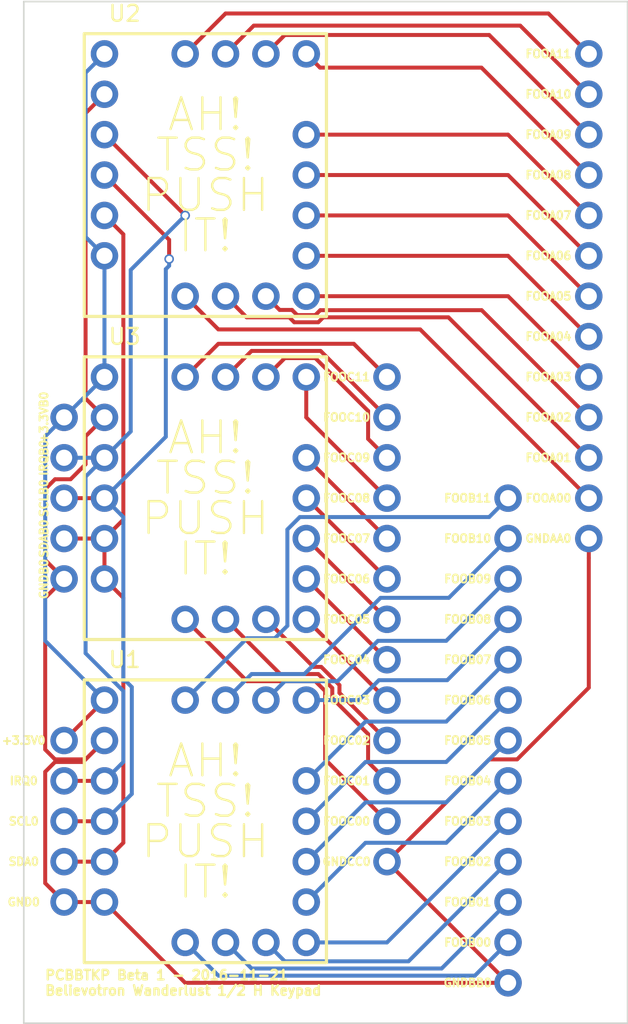
<source format=kicad_pcb>
(kicad_pcb (version 4) (host pcbnew 4.0.4-stable)

  (general
    (links 62)
    (no_connects 2)
    (area -0.050001 -64.300001 194.010001 0.050001)
    (thickness 1.6)
    (drawings 18)
    (tracks 231)
    (zones 0)
    (modules 52)
    (nets 42)
  )

  (page A4)
  (layers
    (0 F.Cu signal)
    (31 B.Cu signal)
    (32 B.Adhes user)
    (33 F.Adhes user)
    (34 B.Paste user)
    (35 F.Paste user)
    (36 B.SilkS user)
    (37 F.SilkS user)
    (38 B.Mask user)
    (39 F.Mask user)
    (40 Dwgs.User user hide)
    (41 Cmts.User user)
    (42 Eco1.User user)
    (43 Eco2.User user)
    (44 Edge.Cuts user)
    (45 Margin user)
    (46 B.CrtYd user hide)
    (47 F.CrtYd user hide)
    (48 B.Fab user hide)
    (49 F.Fab user hide)
  )

  (setup
    (last_trace_width 0.25)
    (trace_clearance 0.2)
    (zone_clearance 0.508)
    (zone_45_only no)
    (trace_min 0.2)
    (segment_width 0.2)
    (edge_width 0.1)
    (via_size 0.6)
    (via_drill 0.4)
    (via_min_size 0.4)
    (via_min_drill 0.3)
    (uvia_size 0.3)
    (uvia_drill 0.1)
    (uvias_allowed no)
    (uvia_min_size 0.2)
    (uvia_min_drill 0.1)
    (pcb_text_width 0.3)
    (pcb_text_size 1.5 1.5)
    (mod_edge_width 0.15)
    (mod_text_size 1 1)
    (mod_text_width 0.15)
    (pad_size 3.3 3.3)
    (pad_drill 3.3)
    (pad_to_mask_clearance 0)
    (aux_axis_origin 0 0)
    (visible_elements 7FFEFFFF)
    (pcbplotparams
      (layerselection 0x010f0_80000001)
      (usegerberextensions false)
      (excludeedgelayer true)
      (linewidth 0.100000)
      (plotframeref false)
      (viasonmask false)
      (mode 1)
      (useauxorigin false)
      (hpglpennumber 1)
      (hpglpenspeed 20)
      (hpglpendiameter 15)
      (hpglpenoverlay 2)
      (psnegative false)
      (psa4output false)
      (plotreference true)
      (plotvalue true)
      (plotinvisibletext false)
      (padsonsilk false)
      (subtractmaskfromsilk false)
      (outputformat 1)
      (mirror false)
      (drillshape 0)
      (scaleselection 1)
      (outputdirectory Gerbers/))
  )

  (net 0 "")
  (net 1 GND)
  (net 2 +3V3)
  (net 3 /IRQ)
  (net 4 /SCL)
  (net 5 /SDA)
  (net 6 "Net-(FOOA00-Pad1)")
  (net 7 "Net-(FOOA01-Pad1)")
  (net 8 "Net-(FOOA02-Pad1)")
  (net 9 "Net-(FOOA03-Pad1)")
  (net 10 "Net-(FOOA04-Pad1)")
  (net 11 "Net-(FOOA05-Pad1)")
  (net 12 "Net-(FOOA06-Pad1)")
  (net 13 "Net-(FOOA07-Pad1)")
  (net 14 "Net-(FOOA08-Pad1)")
  (net 15 "Net-(FOOA09-Pad1)")
  (net 16 "Net-(FOOA10-Pad1)")
  (net 17 "Net-(FOOA11-Pad1)")
  (net 18 "Net-(FOOB00-Pad1)")
  (net 19 "Net-(FOOB01-Pad1)")
  (net 20 "Net-(FOOB02-Pad1)")
  (net 21 "Net-(FOOB03-Pad1)")
  (net 22 "Net-(FOOB04-Pad1)")
  (net 23 "Net-(FOOB05-Pad1)")
  (net 24 "Net-(FOOB06-Pad1)")
  (net 25 "Net-(FOOB07-Pad1)")
  (net 26 "Net-(FOOB08-Pad1)")
  (net 27 "Net-(FOOB09-Pad1)")
  (net 28 "Net-(FOOB10-Pad1)")
  (net 29 "Net-(FOOB11-Pad1)")
  (net 30 "Net-(FOOC00-Pad1)")
  (net 31 "Net-(FOOC01-Pad1)")
  (net 32 "Net-(FOOC02-Pad1)")
  (net 33 "Net-(FOOC03-Pad1)")
  (net 34 "Net-(FOOC04-Pad1)")
  (net 35 "Net-(FOOC05-Pad1)")
  (net 36 "Net-(FOOC06-Pad1)")
  (net 37 "Net-(FOOC07-Pad1)")
  (net 38 "Net-(FOOC08-Pad1)")
  (net 39 "Net-(FOOC09-Pad1)")
  (net 40 "Net-(FOOC10-Pad1)")
  (net 41 "Net-(FOOC11-Pad1)")

  (net_class Default "This is the default net class."
    (clearance 0.2)
    (trace_width 0.25)
    (via_dia 0.6)
    (via_drill 0.4)
    (uvia_dia 0.3)
    (uvia_drill 0.1)
    (add_net +3V3)
    (add_net /IRQ)
    (add_net /SCL)
    (add_net /SDA)
    (add_net GND)
    (add_net "Net-(FOOA00-Pad1)")
    (add_net "Net-(FOOA01-Pad1)")
    (add_net "Net-(FOOA02-Pad1)")
    (add_net "Net-(FOOA03-Pad1)")
    (add_net "Net-(FOOA04-Pad1)")
    (add_net "Net-(FOOA05-Pad1)")
    (add_net "Net-(FOOA06-Pad1)")
    (add_net "Net-(FOOA07-Pad1)")
    (add_net "Net-(FOOA08-Pad1)")
    (add_net "Net-(FOOA09-Pad1)")
    (add_net "Net-(FOOA10-Pad1)")
    (add_net "Net-(FOOA11-Pad1)")
    (add_net "Net-(FOOB00-Pad1)")
    (add_net "Net-(FOOB01-Pad1)")
    (add_net "Net-(FOOB02-Pad1)")
    (add_net "Net-(FOOB03-Pad1)")
    (add_net "Net-(FOOB04-Pad1)")
    (add_net "Net-(FOOB05-Pad1)")
    (add_net "Net-(FOOB06-Pad1)")
    (add_net "Net-(FOOB07-Pad1)")
    (add_net "Net-(FOOB08-Pad1)")
    (add_net "Net-(FOOB09-Pad1)")
    (add_net "Net-(FOOB10-Pad1)")
    (add_net "Net-(FOOB11-Pad1)")
    (add_net "Net-(FOOC00-Pad1)")
    (add_net "Net-(FOOC01-Pad1)")
    (add_net "Net-(FOOC02-Pad1)")
    (add_net "Net-(FOOC03-Pad1)")
    (add_net "Net-(FOOC04-Pad1)")
    (add_net "Net-(FOOC05-Pad1)")
    (add_net "Net-(FOOC06-Pad1)")
    (add_net "Net-(FOOC07-Pad1)")
    (add_net "Net-(FOOC08-Pad1)")
    (add_net "Net-(FOOC09-Pad1)")
    (add_net "Net-(FOOC10-Pad1)")
    (add_net "Net-(FOOC11-Pad1)")
  )

  (module Liberry:MPR121TH (layer F.Cu) (tedit 5833169E) (tstamp 582FFEF0)
    (at 5.08 -40.64)
    (path /582FFEF9)
    (fp_text reference U3 (at 1.27 -2.54) (layer F.SilkS)
      (effects (font (size 1 1) (thickness 0.15)))
    )
    (fp_text value MPR121TH (at 6.35 17.78) (layer F.Fab)
      (effects (font (size 1 1) (thickness 0.15)))
    )
    (fp_text user AH! (at 6.35 3.81) (layer F.SilkS)
      (effects (font (size 2 2) (thickness 0.15)))
    )
    (fp_line (start 13.97 16.51) (end -1.27 16.51) (layer F.SilkS) (width 0.2))
    (fp_line (start 13.97 -1.27) (end 13.97 16.51) (layer F.SilkS) (width 0.2))
    (fp_line (start -1.27 -1.27) (end 13.97 -1.27) (layer F.SilkS) (width 0.2))
    (fp_line (start -1.27 16.51) (end -1.27 -1.27) (layer F.SilkS) (width 0.2))
    (fp_text user TSS! (at 6.35 6.35) (layer F.SilkS)
      (effects (font (size 2 2) (thickness 0.15)))
    )
    (fp_text user IT! (at 6.35 11.43) (layer F.SilkS)
      (effects (font (size 2 2) (thickness 0.15)))
    )
    (fp_text user PUSH (at 6.35 8.89) (layer F.SilkS)
      (effects (font (size 2 2) (thickness 0.15)))
    )
    (pad +3.3 thru_hole circle (at 0 0) (size 1.7272 1.7272) (drill 1.016) (layers *.Cu *.Mask)
      (net 2 +3V3))
    (pad GND thru_hole circle (at 0 2.54) (size 1.7272 1.7272) (drill 1.016) (layers *.Cu *.Mask)
      (net 1 GND))
    (pad IRQ thru_hole circle (at 0 5.08) (size 1.7272 1.7272) (drill 1.016) (layers *.Cu *.Mask)
      (net 3 /IRQ))
    (pad SCL thru_hole circle (at 0 7.62) (size 1.7272 1.7272) (drill 1.016) (layers *.Cu *.Mask)
      (net 4 /SCL))
    (pad SDA thru_hole circle (at 0 10.16) (size 1.7272 1.7272) (drill 1.016) (layers *.Cu *.Mask)
      (net 5 /SDA))
    (pad ADDR thru_hole circle (at 0 12.7) (size 1.7272 1.7272) (drill 1.016) (layers *.Cu *.Mask)
      (net 5 /SDA))
    (pad P11 thru_hole circle (at 5.08 0) (size 1.7272 1.7272) (drill 1.016) (layers *.Cu *.Mask)
      (net 41 "Net-(FOOC11-Pad1)"))
    (pad P10 thru_hole circle (at 7.62 0) (size 1.7272 1.7272) (drill 1.016) (layers *.Cu *.Mask)
      (net 40 "Net-(FOOC10-Pad1)"))
    (pad P08 thru_hole circle (at 12.7 0) (size 1.7272 1.7272) (drill 1.016) (layers *.Cu *.Mask)
      (net 38 "Net-(FOOC08-Pad1)"))
    (pad P09 thru_hole circle (at 10.16 0) (size 1.7272 1.7272) (drill 1.016) (layers *.Cu *.Mask)
      (net 39 "Net-(FOOC09-Pad1)"))
    (pad P05 thru_hole circle (at 12.7 10.16) (size 1.7272 1.7272) (drill 1.016) (layers *.Cu *.Mask)
      (net 35 "Net-(FOOC05-Pad1)"))
    (pad P04 thru_hole circle (at 12.7 12.7) (size 1.7272 1.7272) (drill 1.016) (layers *.Cu *.Mask)
      (net 34 "Net-(FOOC04-Pad1)"))
    (pad P03 thru_hole circle (at 12.7 15.24) (size 1.7272 1.7272) (drill 1.016) (layers *.Cu *.Mask)
      (net 33 "Net-(FOOC03-Pad1)"))
    (pad P07 thru_hole circle (at 12.7 5.08) (size 1.7272 1.7272) (drill 1.016) (layers *.Cu *.Mask)
      (net 37 "Net-(FOOC07-Pad1)"))
    (pad P06 thru_hole circle (at 12.7 7.62) (size 1.7272 1.7272) (drill 1.016) (layers *.Cu *.Mask)
      (net 36 "Net-(FOOC06-Pad1)"))
    (pad P01 thru_hole circle (at 7.62 15.24) (size 1.7272 1.7272) (drill 1.016) (layers *.Cu *.Mask)
      (net 31 "Net-(FOOC01-Pad1)"))
    (pad P00 thru_hole circle (at 5.08 15.24) (size 1.7272 1.7272) (drill 1.016) (layers *.Cu *.Mask)
      (net 30 "Net-(FOOC00-Pad1)"))
    (pad P02 thru_hole circle (at 10.16 15.24) (size 1.7272 1.7272) (drill 1.016) (layers *.Cu *.Mask)
      (net 32 "Net-(FOOC02-Pad1)"))
  )

  (module Liberry:MPR121TH (layer F.Cu) (tedit 5833169E) (tstamp 582FEF5E)
    (at 5.08 -20.32)
    (path /582FE9DC)
    (fp_text reference U1 (at 1.27 -2.54) (layer F.SilkS)
      (effects (font (size 1 1) (thickness 0.15)))
    )
    (fp_text value MPR121TH (at 6.35 17.78) (layer F.Fab)
      (effects (font (size 1 1) (thickness 0.15)))
    )
    (fp_text user AH! (at 6.35 3.81) (layer F.SilkS)
      (effects (font (size 2 2) (thickness 0.15)))
    )
    (fp_line (start 13.97 16.51) (end -1.27 16.51) (layer F.SilkS) (width 0.2))
    (fp_line (start 13.97 -1.27) (end 13.97 16.51) (layer F.SilkS) (width 0.2))
    (fp_line (start -1.27 -1.27) (end 13.97 -1.27) (layer F.SilkS) (width 0.2))
    (fp_line (start -1.27 16.51) (end -1.27 -1.27) (layer F.SilkS) (width 0.2))
    (fp_text user TSS! (at 6.35 6.35) (layer F.SilkS)
      (effects (font (size 2 2) (thickness 0.15)))
    )
    (fp_text user IT! (at 6.35 11.43) (layer F.SilkS)
      (effects (font (size 2 2) (thickness 0.15)))
    )
    (fp_text user PUSH (at 6.35 8.89) (layer F.SilkS)
      (effects (font (size 2 2) (thickness 0.15)))
    )
    (pad +3.3 thru_hole circle (at 0 0) (size 1.7272 1.7272) (drill 1.016) (layers *.Cu *.Mask)
      (net 2 +3V3))
    (pad GND thru_hole circle (at 0 2.54) (size 1.7272 1.7272) (drill 1.016) (layers *.Cu *.Mask)
      (net 1 GND))
    (pad IRQ thru_hole circle (at 0 5.08) (size 1.7272 1.7272) (drill 1.016) (layers *.Cu *.Mask)
      (net 3 /IRQ))
    (pad SCL thru_hole circle (at 0 7.62) (size 1.7272 1.7272) (drill 1.016) (layers *.Cu *.Mask)
      (net 4 /SCL))
    (pad SDA thru_hole circle (at 0 10.16) (size 1.7272 1.7272) (drill 1.016) (layers *.Cu *.Mask)
      (net 5 /SDA))
    (pad ADDR thru_hole circle (at 0 12.7) (size 1.7272 1.7272) (drill 1.016) (layers *.Cu *.Mask)
      (net 1 GND))
    (pad P11 thru_hole circle (at 5.08 0) (size 1.7272 1.7272) (drill 1.016) (layers *.Cu *.Mask)
      (net 29 "Net-(FOOB11-Pad1)"))
    (pad P10 thru_hole circle (at 7.62 0) (size 1.7272 1.7272) (drill 1.016) (layers *.Cu *.Mask)
      (net 28 "Net-(FOOB10-Pad1)"))
    (pad P08 thru_hole circle (at 12.7 0) (size 1.7272 1.7272) (drill 1.016) (layers *.Cu *.Mask)
      (net 26 "Net-(FOOB08-Pad1)"))
    (pad P09 thru_hole circle (at 10.16 0) (size 1.7272 1.7272) (drill 1.016) (layers *.Cu *.Mask)
      (net 27 "Net-(FOOB09-Pad1)"))
    (pad P05 thru_hole circle (at 12.7 10.16) (size 1.7272 1.7272) (drill 1.016) (layers *.Cu *.Mask)
      (net 23 "Net-(FOOB05-Pad1)"))
    (pad P04 thru_hole circle (at 12.7 12.7) (size 1.7272 1.7272) (drill 1.016) (layers *.Cu *.Mask)
      (net 22 "Net-(FOOB04-Pad1)"))
    (pad P03 thru_hole circle (at 12.7 15.24) (size 1.7272 1.7272) (drill 1.016) (layers *.Cu *.Mask)
      (net 21 "Net-(FOOB03-Pad1)"))
    (pad P07 thru_hole circle (at 12.7 5.08) (size 1.7272 1.7272) (drill 1.016) (layers *.Cu *.Mask)
      (net 25 "Net-(FOOB07-Pad1)"))
    (pad P06 thru_hole circle (at 12.7 7.62) (size 1.7272 1.7272) (drill 1.016) (layers *.Cu *.Mask)
      (net 24 "Net-(FOOB06-Pad1)"))
    (pad P01 thru_hole circle (at 7.62 15.24) (size 1.7272 1.7272) (drill 1.016) (layers *.Cu *.Mask)
      (net 19 "Net-(FOOB01-Pad1)"))
    (pad P00 thru_hole circle (at 5.08 15.24) (size 1.7272 1.7272) (drill 1.016) (layers *.Cu *.Mask)
      (net 18 "Net-(FOOB00-Pad1)"))
    (pad P02 thru_hole circle (at 10.16 15.24) (size 1.7272 1.7272) (drill 1.016) (layers *.Cu *.Mask)
      (net 20 "Net-(FOOB02-Pad1)"))
  )

  (module Liberry:single_0.1 (layer F.Cu) (tedit 5829F5BC) (tstamp 58332F58)
    (at 2.54 -30.48)
    (descr "10 pins through hole IDC header")
    (tags "IDC header socket VASCH")
    (path /583400CD)
    (fp_text reference SDAB0 (at -1.27 0 90) (layer F.SilkS)
      (effects (font (size 0.5 0.5) (thickness 0.125)))
    )
    (fp_text value CONN_01X01 (at 0 2.54) (layer F.Fab)
      (effects (font (size 1 1) (thickness 0.15)))
    )
    (pad 1 thru_hole circle (at 0 0) (size 1.7272 1.7272) (drill 1.016) (layers *.Cu *.Mask)
      (net 5 /SDA))
  )

  (module Liberry:MPR121TH (layer F.Cu) (tedit 5833169E) (tstamp 582FFED2)
    (at 5.08 -60.96)
    (path /582FFE8E)
    (fp_text reference U2 (at 1.27 -2.54) (layer F.SilkS)
      (effects (font (size 1 1) (thickness 0.15)))
    )
    (fp_text value MPR121TH (at 6.35 17.78) (layer F.Fab)
      (effects (font (size 1 1) (thickness 0.15)))
    )
    (fp_text user AH! (at 6.35 3.81) (layer F.SilkS)
      (effects (font (size 2 2) (thickness 0.15)))
    )
    (fp_line (start 13.97 16.51) (end -1.27 16.51) (layer F.SilkS) (width 0.2))
    (fp_line (start 13.97 -1.27) (end 13.97 16.51) (layer F.SilkS) (width 0.2))
    (fp_line (start -1.27 -1.27) (end 13.97 -1.27) (layer F.SilkS) (width 0.2))
    (fp_line (start -1.27 16.51) (end -1.27 -1.27) (layer F.SilkS) (width 0.2))
    (fp_text user TSS! (at 6.35 6.35) (layer F.SilkS)
      (effects (font (size 2 2) (thickness 0.15)))
    )
    (fp_text user IT! (at 6.35 11.43) (layer F.SilkS)
      (effects (font (size 2 2) (thickness 0.15)))
    )
    (fp_text user PUSH (at 6.35 8.89) (layer F.SilkS)
      (effects (font (size 2 2) (thickness 0.15)))
    )
    (pad +3.3 thru_hole circle (at 0 0) (size 1.7272 1.7272) (drill 1.016) (layers *.Cu *.Mask)
      (net 2 +3V3))
    (pad GND thru_hole circle (at 0 2.54) (size 1.7272 1.7272) (drill 1.016) (layers *.Cu *.Mask)
      (net 1 GND))
    (pad IRQ thru_hole circle (at 0 5.08) (size 1.7272 1.7272) (drill 1.016) (layers *.Cu *.Mask)
      (net 3 /IRQ))
    (pad SCL thru_hole circle (at 0 7.62) (size 1.7272 1.7272) (drill 1.016) (layers *.Cu *.Mask)
      (net 4 /SCL))
    (pad SDA thru_hole circle (at 0 10.16) (size 1.7272 1.7272) (drill 1.016) (layers *.Cu *.Mask)
      (net 5 /SDA))
    (pad ADDR thru_hole circle (at 0 12.7) (size 1.7272 1.7272) (drill 1.016) (layers *.Cu *.Mask)
      (net 2 +3V3))
    (pad P11 thru_hole circle (at 5.08 0) (size 1.7272 1.7272) (drill 1.016) (layers *.Cu *.Mask)
      (net 17 "Net-(FOOA11-Pad1)"))
    (pad P10 thru_hole circle (at 7.62 0) (size 1.7272 1.7272) (drill 1.016) (layers *.Cu *.Mask)
      (net 16 "Net-(FOOA10-Pad1)"))
    (pad P08 thru_hole circle (at 12.7 0) (size 1.7272 1.7272) (drill 1.016) (layers *.Cu *.Mask)
      (net 14 "Net-(FOOA08-Pad1)"))
    (pad P09 thru_hole circle (at 10.16 0) (size 1.7272 1.7272) (drill 1.016) (layers *.Cu *.Mask)
      (net 15 "Net-(FOOA09-Pad1)"))
    (pad P05 thru_hole circle (at 12.7 10.16) (size 1.7272 1.7272) (drill 1.016) (layers *.Cu *.Mask)
      (net 11 "Net-(FOOA05-Pad1)"))
    (pad P04 thru_hole circle (at 12.7 12.7) (size 1.7272 1.7272) (drill 1.016) (layers *.Cu *.Mask)
      (net 10 "Net-(FOOA04-Pad1)"))
    (pad P03 thru_hole circle (at 12.7 15.24) (size 1.7272 1.7272) (drill 1.016) (layers *.Cu *.Mask)
      (net 9 "Net-(FOOA03-Pad1)"))
    (pad P07 thru_hole circle (at 12.7 5.08) (size 1.7272 1.7272) (drill 1.016) (layers *.Cu *.Mask)
      (net 13 "Net-(FOOA07-Pad1)"))
    (pad P06 thru_hole circle (at 12.7 7.62) (size 1.7272 1.7272) (drill 1.016) (layers *.Cu *.Mask)
      (net 12 "Net-(FOOA06-Pad1)"))
    (pad P01 thru_hole circle (at 7.62 15.24) (size 1.7272 1.7272) (drill 1.016) (layers *.Cu *.Mask)
      (net 7 "Net-(FOOA01-Pad1)"))
    (pad P00 thru_hole circle (at 5.08 15.24) (size 1.7272 1.7272) (drill 1.016) (layers *.Cu *.Mask)
      (net 6 "Net-(FOOA00-Pad1)"))
    (pad P02 thru_hole circle (at 10.16 15.24) (size 1.7272 1.7272) (drill 1.016) (layers *.Cu *.Mask)
      (net 8 "Net-(FOOA02-Pad1)"))
  )

  (module Liberry:single_0.1 (layer F.Cu) (tedit 5829F5BC) (tstamp 58332F53)
    (at 2.54 -33.02)
    (descr "10 pins through hole IDC header")
    (tags "IDC header socket VASCH")
    (path /5834014D)
    (fp_text reference SCLB0 (at -1.27 0 90) (layer F.SilkS)
      (effects (font (size 0.5 0.5) (thickness 0.125)))
    )
    (fp_text value CONN_01X01 (at 0 2.54) (layer F.Fab)
      (effects (font (size 1 1) (thickness 0.15)))
    )
    (pad 1 thru_hole circle (at 0 0) (size 1.7272 1.7272) (drill 1.016) (layers *.Cu *.Mask)
      (net 4 /SCL))
  )

  (module Liberry:single_0.1 (layer F.Cu) (tedit 5829F5BC) (tstamp 58332F12)
    (at 2.54 -35.56)
    (descr "10 pins through hole IDC header")
    (tags "IDC header socket VASCH")
    (path /583401D0)
    (fp_text reference IRQB0 (at -1.27 0 90) (layer F.SilkS)
      (effects (font (size 0.5 0.5) (thickness 0.125)))
    )
    (fp_text value CONN_01X01 (at 0 2.54) (layer F.Fab)
      (effects (font (size 1 1) (thickness 0.15)))
    )
    (pad 1 thru_hole circle (at 0 0) (size 1.7272 1.7272) (drill 1.016) (layers *.Cu *.Mask)
      (net 3 /IRQ))
  )

  (module Liberry:single_0.1 (layer F.Cu) (tedit 5829F5BC) (tstamp 58332F0D)
    (at 2.54 -27.94)
    (descr "10 pins through hole IDC header")
    (tags "IDC header socket VASCH")
    (path /5833FD27)
    (fp_text reference GNDB0 (at -1.27 0 90) (layer F.SilkS)
      (effects (font (size 0.5 0.5) (thickness 0.125)))
    )
    (fp_text value CONN_01X01 (at 0 2.54) (layer F.Fab)
      (effects (font (size 1 1) (thickness 0.15)))
    )
    (pad 1 thru_hole circle (at 0 0) (size 1.7272 1.7272) (drill 1.016) (layers *.Cu *.Mask)
      (net 1 GND))
  )

  (module Liberry:single_0.1 (layer F.Cu) (tedit 5829F5BC) (tstamp 58332F08)
    (at 2.54 -38.1)
    (descr "10 pins through hole IDC header")
    (tags "IDC header socket VASCH")
    (path /5833FCAD)
    (fp_text reference +3.3VB0 (at -1.27 0 90) (layer F.SilkS)
      (effects (font (size 0.5 0.5) (thickness 0.125)))
    )
    (fp_text value CONN_01X01 (at 0 2.54) (layer F.Fab)
      (effects (font (size 1 1) (thickness 0.15)))
    )
    (pad 1 thru_hole circle (at 0 0) (size 1.7272 1.7272) (drill 1.016) (layers *.Cu *.Mask)
      (net 2 +3V3))
  )

  (module Liberry:single_0.1 (layer F.Cu) (tedit 5829F5BC) (tstamp 583328EA)
    (at 2.54 -10.16)
    (descr "10 pins through hole IDC header")
    (tags "IDC header socket VASCH")
    (path /582FA982)
    (fp_text reference SDA0 (at -2.54 0) (layer F.SilkS)
      (effects (font (size 0.5 0.5) (thickness 0.125)))
    )
    (fp_text value CONN_01X01 (at 0 2.54) (layer F.Fab)
      (effects (font (size 1 1) (thickness 0.15)))
    )
    (pad 1 thru_hole circle (at 0 0) (size 1.7272 1.7272) (drill 1.016) (layers *.Cu *.Mask)
      (net 5 /SDA))
  )

  (module Liberry:single_0.1 (layer F.Cu) (tedit 5829F5BC) (tstamp 583328E5)
    (at 2.54 -12.7)
    (descr "10 pins through hole IDC header")
    (tags "IDC header socket VASCH")
    (path /583371F2)
    (fp_text reference SCL0 (at -2.54 0) (layer F.SilkS)
      (effects (font (size 0.5 0.5) (thickness 0.125)))
    )
    (fp_text value CONN_01X01 (at 0 2.54) (layer F.Fab)
      (effects (font (size 1 1) (thickness 0.15)))
    )
    (pad 1 thru_hole circle (at 0 0) (size 1.7272 1.7272) (drill 1.016) (layers *.Cu *.Mask)
      (net 4 /SCL))
  )

  (module Liberry:single_0.1 (layer F.Cu) (tedit 5829F5BC) (tstamp 583328E0)
    (at 2.54 -15.24)
    (descr "10 pins through hole IDC header")
    (tags "IDC header socket VASCH")
    (path /58337929)
    (fp_text reference IRQ0 (at -2.54 0) (layer F.SilkS)
      (effects (font (size 0.5 0.5) (thickness 0.125)))
    )
    (fp_text value CONN_01X01 (at 0 2.54) (layer F.Fab)
      (effects (font (size 1 1) (thickness 0.15)))
    )
    (pad 1 thru_hole circle (at 0 0) (size 1.7272 1.7272) (drill 1.016) (layers *.Cu *.Mask)
      (net 3 /IRQ))
  )

  (module Liberry:single_0.1 (layer F.Cu) (tedit 5829F5BC) (tstamp 583328DB)
    (at 2.54 -7.62)
    (descr "10 pins through hole IDC header")
    (tags "IDC header socket VASCH")
    (path /582F5B39)
    (fp_text reference GND0 (at -2.54 0) (layer F.SilkS)
      (effects (font (size 0.5 0.5) (thickness 0.125)))
    )
    (fp_text value CONN_01X01 (at 0 2.54) (layer F.Fab)
      (effects (font (size 1 1) (thickness 0.15)))
    )
    (pad 1 thru_hole circle (at 0 0) (size 1.7272 1.7272) (drill 1.016) (layers *.Cu *.Mask)
      (net 1 GND))
  )

  (module Liberry:single_0.1 (layer F.Cu) (tedit 5829F5BC) (tstamp 583328D6)
    (at 2.54 -17.78)
    (descr "10 pins through hole IDC header")
    (tags "IDC header socket VASCH")
    (path /582EC3D0)
    (fp_text reference +3.3V0 (at -2.54 0) (layer F.SilkS)
      (effects (font (size 0.5 0.5) (thickness 0.125)))
    )
    (fp_text value CONN_01X01 (at 0 2.54) (layer F.Fab)
      (effects (font (size 1 1) (thickness 0.15)))
    )
    (pad 1 thru_hole circle (at 0 0) (size 1.7272 1.7272) (drill 1.016) (layers *.Cu *.Mask)
      (net 2 +3V3))
  )

  (module Liberry:single_0.1 (layer F.Cu) (tedit 5829F5BC) (tstamp 5859C3AA)
    (at 35.56 -33.02)
    (descr "10 pins through hole IDC header")
    (tags "IDC header socket VASCH")
    (path /5859D0E5)
    (fp_text reference FOOA00 (at -2.54 0) (layer F.SilkS)
      (effects (font (size 0.5 0.5) (thickness 0.125)))
    )
    (fp_text value CONN_01X01 (at 0 2.54) (layer F.Fab)
      (effects (font (size 1 1) (thickness 0.15)))
    )
    (pad 1 thru_hole circle (at 0 0) (size 1.7272 1.7272) (drill 1.016) (layers *.Cu *.Mask)
      (net 6 "Net-(FOOA00-Pad1)"))
  )

  (module Liberry:single_0.1 (layer F.Cu) (tedit 5829F5BC) (tstamp 5859C3AF)
    (at 35.56 -35.56)
    (descr "10 pins through hole IDC header")
    (tags "IDC header socket VASCH")
    (path /5859D299)
    (fp_text reference FOOA01 (at -2.54 0) (layer F.SilkS)
      (effects (font (size 0.5 0.5) (thickness 0.125)))
    )
    (fp_text value CONN_01X01 (at 0 2.54) (layer F.Fab)
      (effects (font (size 1 1) (thickness 0.15)))
    )
    (pad 1 thru_hole circle (at 0 0) (size 1.7272 1.7272) (drill 1.016) (layers *.Cu *.Mask)
      (net 7 "Net-(FOOA01-Pad1)"))
  )

  (module Liberry:single_0.1 (layer F.Cu) (tedit 5829F5BC) (tstamp 5859C3B4)
    (at 35.56 -38.1)
    (descr "10 pins through hole IDC header")
    (tags "IDC header socket VASCH")
    (path /5859D2DA)
    (fp_text reference FOOA02 (at -2.54 0) (layer F.SilkS)
      (effects (font (size 0.5 0.5) (thickness 0.125)))
    )
    (fp_text value CONN_01X01 (at 0 2.54) (layer F.Fab)
      (effects (font (size 1 1) (thickness 0.15)))
    )
    (pad 1 thru_hole circle (at 0 0) (size 1.7272 1.7272) (drill 1.016) (layers *.Cu *.Mask)
      (net 8 "Net-(FOOA02-Pad1)"))
  )

  (module Liberry:single_0.1 (layer F.Cu) (tedit 5829F5BC) (tstamp 5859C3B9)
    (at 35.56 -40.64)
    (descr "10 pins through hole IDC header")
    (tags "IDC header socket VASCH")
    (path /5859D322)
    (fp_text reference FOOA03 (at -2.54 0) (layer F.SilkS)
      (effects (font (size 0.5 0.5) (thickness 0.125)))
    )
    (fp_text value CONN_01X01 (at 0 2.54) (layer F.Fab)
      (effects (font (size 1 1) (thickness 0.15)))
    )
    (pad 1 thru_hole circle (at 0 0) (size 1.7272 1.7272) (drill 1.016) (layers *.Cu *.Mask)
      (net 9 "Net-(FOOA03-Pad1)"))
  )

  (module Liberry:single_0.1 (layer F.Cu) (tedit 5829F5BC) (tstamp 5859C3BE)
    (at 35.56 -43.18)
    (descr "10 pins through hole IDC header")
    (tags "IDC header socket VASCH")
    (path /5859D369)
    (fp_text reference FOOA04 (at -2.54 0) (layer F.SilkS)
      (effects (font (size 0.5 0.5) (thickness 0.125)))
    )
    (fp_text value CONN_01X01 (at 0 2.54) (layer F.Fab)
      (effects (font (size 1 1) (thickness 0.15)))
    )
    (pad 1 thru_hole circle (at 0 0) (size 1.7272 1.7272) (drill 1.016) (layers *.Cu *.Mask)
      (net 10 "Net-(FOOA04-Pad1)"))
  )

  (module Liberry:single_0.1 (layer F.Cu) (tedit 5829F5BC) (tstamp 5859C3C3)
    (at 35.56 -45.72)
    (descr "10 pins through hole IDC header")
    (tags "IDC header socket VASCH")
    (path /5859D3B3)
    (fp_text reference FOOA05 (at -2.54 0) (layer F.SilkS)
      (effects (font (size 0.5 0.5) (thickness 0.125)))
    )
    (fp_text value CONN_01X01 (at 0 2.54) (layer F.Fab)
      (effects (font (size 1 1) (thickness 0.15)))
    )
    (pad 1 thru_hole circle (at 0 0) (size 1.7272 1.7272) (drill 1.016) (layers *.Cu *.Mask)
      (net 11 "Net-(FOOA05-Pad1)"))
  )

  (module Liberry:single_0.1 (layer F.Cu) (tedit 5829F5BC) (tstamp 5859C3C8)
    (at 35.56 -48.26)
    (descr "10 pins through hole IDC header")
    (tags "IDC header socket VASCH")
    (path /5859D400)
    (fp_text reference FOOA06 (at -2.54 0) (layer F.SilkS)
      (effects (font (size 0.5 0.5) (thickness 0.125)))
    )
    (fp_text value CONN_01X01 (at 0 2.54) (layer F.Fab)
      (effects (font (size 1 1) (thickness 0.15)))
    )
    (pad 1 thru_hole circle (at 0 0) (size 1.7272 1.7272) (drill 1.016) (layers *.Cu *.Mask)
      (net 12 "Net-(FOOA06-Pad1)"))
  )

  (module Liberry:single_0.1 (layer F.Cu) (tedit 5829F5BC) (tstamp 5859C3CD)
    (at 35.56 -50.8)
    (descr "10 pins through hole IDC header")
    (tags "IDC header socket VASCH")
    (path /5859D450)
    (fp_text reference FOOA07 (at -2.54 0) (layer F.SilkS)
      (effects (font (size 0.5 0.5) (thickness 0.125)))
    )
    (fp_text value CONN_01X01 (at 0 2.54) (layer F.Fab)
      (effects (font (size 1 1) (thickness 0.15)))
    )
    (pad 1 thru_hole circle (at 0 0) (size 1.7272 1.7272) (drill 1.016) (layers *.Cu *.Mask)
      (net 13 "Net-(FOOA07-Pad1)"))
  )

  (module Liberry:single_0.1 (layer F.Cu) (tedit 5829F5BC) (tstamp 5859C3D2)
    (at 35.56 -53.34)
    (descr "10 pins through hole IDC header")
    (tags "IDC header socket VASCH")
    (path /5859D4A3)
    (fp_text reference FOOA08 (at -2.54 0) (layer F.SilkS)
      (effects (font (size 0.5 0.5) (thickness 0.125)))
    )
    (fp_text value CONN_01X01 (at 0 2.54) (layer F.Fab)
      (effects (font (size 1 1) (thickness 0.15)))
    )
    (pad 1 thru_hole circle (at 0 0) (size 1.7272 1.7272) (drill 1.016) (layers *.Cu *.Mask)
      (net 14 "Net-(FOOA08-Pad1)"))
  )

  (module Liberry:single_0.1 (layer F.Cu) (tedit 5829F5BC) (tstamp 5859C3D7)
    (at 35.56 -55.88)
    (descr "10 pins through hole IDC header")
    (tags "IDC header socket VASCH")
    (path /5859D4F9)
    (fp_text reference FOOA09 (at -2.54 0) (layer F.SilkS)
      (effects (font (size 0.5 0.5) (thickness 0.125)))
    )
    (fp_text value CONN_01X01 (at 0 2.54) (layer F.Fab)
      (effects (font (size 1 1) (thickness 0.15)))
    )
    (pad 1 thru_hole circle (at 0 0) (size 1.7272 1.7272) (drill 1.016) (layers *.Cu *.Mask)
      (net 15 "Net-(FOOA09-Pad1)"))
  )

  (module Liberry:single_0.1 (layer F.Cu) (tedit 5829F5BC) (tstamp 5859C3DC)
    (at 35.56 -58.42)
    (descr "10 pins through hole IDC header")
    (tags "IDC header socket VASCH")
    (path /5859D552)
    (fp_text reference FOOA10 (at -2.54 0) (layer F.SilkS)
      (effects (font (size 0.5 0.5) (thickness 0.125)))
    )
    (fp_text value CONN_01X01 (at 0 2.54) (layer F.Fab)
      (effects (font (size 1 1) (thickness 0.15)))
    )
    (pad 1 thru_hole circle (at 0 0) (size 1.7272 1.7272) (drill 1.016) (layers *.Cu *.Mask)
      (net 16 "Net-(FOOA10-Pad1)"))
  )

  (module Liberry:single_0.1 (layer F.Cu) (tedit 5829F5BC) (tstamp 5859C3E1)
    (at 35.56 -60.96)
    (descr "10 pins through hole IDC header")
    (tags "IDC header socket VASCH")
    (path /5859D5AE)
    (fp_text reference FOOA11 (at -2.54 0) (layer F.SilkS)
      (effects (font (size 0.5 0.5) (thickness 0.125)))
    )
    (fp_text value CONN_01X01 (at 0 2.54) (layer F.Fab)
      (effects (font (size 1 1) (thickness 0.15)))
    )
    (pad 1 thru_hole circle (at 0 0) (size 1.7272 1.7272) (drill 1.016) (layers *.Cu *.Mask)
      (net 17 "Net-(FOOA11-Pad1)"))
  )

  (module Liberry:single_0.1 (layer F.Cu) (tedit 5829F5BC) (tstamp 5859C3E6)
    (at 30.48 -5.08)
    (descr "10 pins through hole IDC header")
    (tags "IDC header socket VASCH")
    (path /5859E59A)
    (fp_text reference FOOB00 (at -2.54 0) (layer F.SilkS)
      (effects (font (size 0.5 0.5) (thickness 0.125)))
    )
    (fp_text value CONN_01X01 (at 0 2.54) (layer F.Fab)
      (effects (font (size 1 1) (thickness 0.15)))
    )
    (pad 1 thru_hole circle (at 0 0) (size 1.7272 1.7272) (drill 1.016) (layers *.Cu *.Mask)
      (net 18 "Net-(FOOB00-Pad1)"))
  )

  (module Liberry:single_0.1 (layer F.Cu) (tedit 5829F5BC) (tstamp 5859C3EB)
    (at 30.48 -7.62)
    (descr "10 pins through hole IDC header")
    (tags "IDC header socket VASCH")
    (path /5859E5A2)
    (fp_text reference FOOB01 (at -2.54 0) (layer F.SilkS)
      (effects (font (size 0.5 0.5) (thickness 0.125)))
    )
    (fp_text value CONN_01X01 (at 0 2.54) (layer F.Fab)
      (effects (font (size 1 1) (thickness 0.15)))
    )
    (pad 1 thru_hole circle (at 0 0) (size 1.7272 1.7272) (drill 1.016) (layers *.Cu *.Mask)
      (net 19 "Net-(FOOB01-Pad1)"))
  )

  (module Liberry:single_0.1 (layer F.Cu) (tedit 5829F5BC) (tstamp 5859C3F0)
    (at 30.48 -10.16)
    (descr "10 pins through hole IDC header")
    (tags "IDC header socket VASCH")
    (path /5859E5AA)
    (fp_text reference FOOB02 (at -2.54 0) (layer F.SilkS)
      (effects (font (size 0.5 0.5) (thickness 0.125)))
    )
    (fp_text value CONN_01X01 (at 0 2.54) (layer F.Fab)
      (effects (font (size 1 1) (thickness 0.15)))
    )
    (pad 1 thru_hole circle (at 0 0) (size 1.7272 1.7272) (drill 1.016) (layers *.Cu *.Mask)
      (net 20 "Net-(FOOB02-Pad1)"))
  )

  (module Liberry:single_0.1 (layer F.Cu) (tedit 5829F5BC) (tstamp 5859C3F5)
    (at 30.48 -12.7)
    (descr "10 pins through hole IDC header")
    (tags "IDC header socket VASCH")
    (path /5859E5B2)
    (fp_text reference FOOB03 (at -2.54 0) (layer F.SilkS)
      (effects (font (size 0.5 0.5) (thickness 0.125)))
    )
    (fp_text value CONN_01X01 (at 0 2.54) (layer F.Fab)
      (effects (font (size 1 1) (thickness 0.15)))
    )
    (pad 1 thru_hole circle (at 0 0) (size 1.7272 1.7272) (drill 1.016) (layers *.Cu *.Mask)
      (net 21 "Net-(FOOB03-Pad1)"))
  )

  (module Liberry:single_0.1 (layer F.Cu) (tedit 5829F5BC) (tstamp 5859C3FA)
    (at 30.48 -15.24)
    (descr "10 pins through hole IDC header")
    (tags "IDC header socket VASCH")
    (path /5859E5BA)
    (fp_text reference FOOB04 (at -2.54 0) (layer F.SilkS)
      (effects (font (size 0.5 0.5) (thickness 0.125)))
    )
    (fp_text value CONN_01X01 (at 0 2.54) (layer F.Fab)
      (effects (font (size 1 1) (thickness 0.15)))
    )
    (pad 1 thru_hole circle (at 0 0) (size 1.7272 1.7272) (drill 1.016) (layers *.Cu *.Mask)
      (net 22 "Net-(FOOB04-Pad1)"))
  )

  (module Liberry:single_0.1 (layer F.Cu) (tedit 5829F5BC) (tstamp 5859C3FF)
    (at 30.48 -17.78)
    (descr "10 pins through hole IDC header")
    (tags "IDC header socket VASCH")
    (path /5859E5C2)
    (fp_text reference FOOB05 (at -2.54 0) (layer F.SilkS)
      (effects (font (size 0.5 0.5) (thickness 0.125)))
    )
    (fp_text value CONN_01X01 (at 0 2.54) (layer F.Fab)
      (effects (font (size 1 1) (thickness 0.15)))
    )
    (pad 1 thru_hole circle (at 0 0) (size 1.7272 1.7272) (drill 1.016) (layers *.Cu *.Mask)
      (net 23 "Net-(FOOB05-Pad1)"))
  )

  (module Liberry:single_0.1 (layer F.Cu) (tedit 5829F5BC) (tstamp 5859C404)
    (at 30.48 -20.32)
    (descr "10 pins through hole IDC header")
    (tags "IDC header socket VASCH")
    (path /5859E5CA)
    (fp_text reference FOOB06 (at -2.54 0) (layer F.SilkS)
      (effects (font (size 0.5 0.5) (thickness 0.125)))
    )
    (fp_text value CONN_01X01 (at 0 2.54) (layer F.Fab)
      (effects (font (size 1 1) (thickness 0.15)))
    )
    (pad 1 thru_hole circle (at 0 0) (size 1.7272 1.7272) (drill 1.016) (layers *.Cu *.Mask)
      (net 24 "Net-(FOOB06-Pad1)"))
  )

  (module Liberry:single_0.1 (layer F.Cu) (tedit 5829F5BC) (tstamp 5859C409)
    (at 30.48 -22.86)
    (descr "10 pins through hole IDC header")
    (tags "IDC header socket VASCH")
    (path /5859E5D2)
    (fp_text reference FOOB07 (at -2.54 0) (layer F.SilkS)
      (effects (font (size 0.5 0.5) (thickness 0.125)))
    )
    (fp_text value CONN_01X01 (at 0 2.54) (layer F.Fab)
      (effects (font (size 1 1) (thickness 0.15)))
    )
    (pad 1 thru_hole circle (at 0 0) (size 1.7272 1.7272) (drill 1.016) (layers *.Cu *.Mask)
      (net 25 "Net-(FOOB07-Pad1)"))
  )

  (module Liberry:single_0.1 (layer F.Cu) (tedit 5829F5BC) (tstamp 5859C40E)
    (at 30.48 -25.4)
    (descr "10 pins through hole IDC header")
    (tags "IDC header socket VASCH")
    (path /5859E5DA)
    (fp_text reference FOOB08 (at -2.54 0) (layer F.SilkS)
      (effects (font (size 0.5 0.5) (thickness 0.125)))
    )
    (fp_text value CONN_01X01 (at 0 2.54) (layer F.Fab)
      (effects (font (size 1 1) (thickness 0.15)))
    )
    (pad 1 thru_hole circle (at 0 0) (size 1.7272 1.7272) (drill 1.016) (layers *.Cu *.Mask)
      (net 26 "Net-(FOOB08-Pad1)"))
  )

  (module Liberry:single_0.1 (layer F.Cu) (tedit 5829F5BC) (tstamp 5859C413)
    (at 30.48 -27.94)
    (descr "10 pins through hole IDC header")
    (tags "IDC header socket VASCH")
    (path /5859E5E2)
    (fp_text reference FOOB09 (at -2.54 0) (layer F.SilkS)
      (effects (font (size 0.5 0.5) (thickness 0.125)))
    )
    (fp_text value CONN_01X01 (at 0 2.54) (layer F.Fab)
      (effects (font (size 1 1) (thickness 0.15)))
    )
    (pad 1 thru_hole circle (at 0 0) (size 1.7272 1.7272) (drill 1.016) (layers *.Cu *.Mask)
      (net 27 "Net-(FOOB09-Pad1)"))
  )

  (module Liberry:single_0.1 (layer F.Cu) (tedit 5829F5BC) (tstamp 5859C418)
    (at 30.48 -30.48)
    (descr "10 pins through hole IDC header")
    (tags "IDC header socket VASCH")
    (path /5859E5EA)
    (fp_text reference FOOB10 (at -2.54 0) (layer F.SilkS)
      (effects (font (size 0.5 0.5) (thickness 0.125)))
    )
    (fp_text value CONN_01X01 (at 0 2.54) (layer F.Fab)
      (effects (font (size 1 1) (thickness 0.15)))
    )
    (pad 1 thru_hole circle (at 0 0) (size 1.7272 1.7272) (drill 1.016) (layers *.Cu *.Mask)
      (net 28 "Net-(FOOB10-Pad1)"))
  )

  (module Liberry:single_0.1 (layer F.Cu) (tedit 5829F5BC) (tstamp 5859C41D)
    (at 30.48 -33.02)
    (descr "10 pins through hole IDC header")
    (tags "IDC header socket VASCH")
    (path /5859E5F2)
    (fp_text reference FOOB11 (at -2.54 0) (layer F.SilkS)
      (effects (font (size 0.5 0.5) (thickness 0.125)))
    )
    (fp_text value CONN_01X01 (at 0 2.54) (layer F.Fab)
      (effects (font (size 1 1) (thickness 0.15)))
    )
    (pad 1 thru_hole circle (at 0 0) (size 1.7272 1.7272) (drill 1.016) (layers *.Cu *.Mask)
      (net 29 "Net-(FOOB11-Pad1)"))
  )

  (module Liberry:single_0.1 (layer F.Cu) (tedit 5829F5BC) (tstamp 5859C422)
    (at 22.86 -12.7)
    (descr "10 pins through hole IDC header")
    (tags "IDC header socket VASCH")
    (path /5859FBBF)
    (fp_text reference FOOC00 (at -2.54 0) (layer F.SilkS)
      (effects (font (size 0.5 0.5) (thickness 0.125)))
    )
    (fp_text value CONN_01X01 (at 0 2.54) (layer F.Fab)
      (effects (font (size 1 1) (thickness 0.15)))
    )
    (pad 1 thru_hole circle (at 0 0) (size 1.7272 1.7272) (drill 1.016) (layers *.Cu *.Mask)
      (net 30 "Net-(FOOC00-Pad1)"))
  )

  (module Liberry:single_0.1 (layer F.Cu) (tedit 5829F5BC) (tstamp 5859C427)
    (at 22.86 -15.24)
    (descr "10 pins through hole IDC header")
    (tags "IDC header socket VASCH")
    (path /5859FBC7)
    (fp_text reference FOOC01 (at -2.54 0) (layer F.SilkS)
      (effects (font (size 0.5 0.5) (thickness 0.125)))
    )
    (fp_text value CONN_01X01 (at 0 2.54) (layer F.Fab)
      (effects (font (size 1 1) (thickness 0.15)))
    )
    (pad 1 thru_hole circle (at 0 0) (size 1.7272 1.7272) (drill 1.016) (layers *.Cu *.Mask)
      (net 31 "Net-(FOOC01-Pad1)"))
  )

  (module Liberry:single_0.1 (layer F.Cu) (tedit 5829F5BC) (tstamp 5859C42C)
    (at 22.86 -17.78)
    (descr "10 pins through hole IDC header")
    (tags "IDC header socket VASCH")
    (path /5859FBCF)
    (fp_text reference FOOC02 (at -2.54 0) (layer F.SilkS)
      (effects (font (size 0.5 0.5) (thickness 0.125)))
    )
    (fp_text value CONN_01X01 (at 0 2.54) (layer F.Fab)
      (effects (font (size 1 1) (thickness 0.15)))
    )
    (pad 1 thru_hole circle (at 0 0) (size 1.7272 1.7272) (drill 1.016) (layers *.Cu *.Mask)
      (net 32 "Net-(FOOC02-Pad1)"))
  )

  (module Liberry:single_0.1 (layer F.Cu) (tedit 5829F5BC) (tstamp 5859C431)
    (at 22.86 -20.32)
    (descr "10 pins through hole IDC header")
    (tags "IDC header socket VASCH")
    (path /5859FBD7)
    (fp_text reference FOOC03 (at -2.54 0) (layer F.SilkS)
      (effects (font (size 0.5 0.5) (thickness 0.125)))
    )
    (fp_text value CONN_01X01 (at 0 2.54) (layer F.Fab)
      (effects (font (size 1 1) (thickness 0.15)))
    )
    (pad 1 thru_hole circle (at 0 0) (size 1.7272 1.7272) (drill 1.016) (layers *.Cu *.Mask)
      (net 33 "Net-(FOOC03-Pad1)"))
  )

  (module Liberry:single_0.1 (layer F.Cu) (tedit 5829F5BC) (tstamp 5859C436)
    (at 22.86 -22.86)
    (descr "10 pins through hole IDC header")
    (tags "IDC header socket VASCH")
    (path /5859FBDF)
    (fp_text reference FOOC04 (at -2.54 0) (layer F.SilkS)
      (effects (font (size 0.5 0.5) (thickness 0.125)))
    )
    (fp_text value CONN_01X01 (at 0 2.54) (layer F.Fab)
      (effects (font (size 1 1) (thickness 0.15)))
    )
    (pad 1 thru_hole circle (at 0 0) (size 1.7272 1.7272) (drill 1.016) (layers *.Cu *.Mask)
      (net 34 "Net-(FOOC04-Pad1)"))
  )

  (module Liberry:single_0.1 (layer F.Cu) (tedit 5829F5BC) (tstamp 5859C43B)
    (at 22.86 -25.4)
    (descr "10 pins through hole IDC header")
    (tags "IDC header socket VASCH")
    (path /5859FBE7)
    (fp_text reference FOOC05 (at -2.54 0) (layer F.SilkS)
      (effects (font (size 0.5 0.5) (thickness 0.125)))
    )
    (fp_text value CONN_01X01 (at 0 2.54) (layer F.Fab)
      (effects (font (size 1 1) (thickness 0.15)))
    )
    (pad 1 thru_hole circle (at 0 0) (size 1.7272 1.7272) (drill 1.016) (layers *.Cu *.Mask)
      (net 35 "Net-(FOOC05-Pad1)"))
  )

  (module Liberry:single_0.1 (layer F.Cu) (tedit 5829F5BC) (tstamp 5859C440)
    (at 22.86 -27.94)
    (descr "10 pins through hole IDC header")
    (tags "IDC header socket VASCH")
    (path /5859FBEF)
    (fp_text reference FOOC06 (at -2.54 0) (layer F.SilkS)
      (effects (font (size 0.5 0.5) (thickness 0.125)))
    )
    (fp_text value CONN_01X01 (at 0 2.54) (layer F.Fab)
      (effects (font (size 1 1) (thickness 0.15)))
    )
    (pad 1 thru_hole circle (at 0 0) (size 1.7272 1.7272) (drill 1.016) (layers *.Cu *.Mask)
      (net 36 "Net-(FOOC06-Pad1)"))
  )

  (module Liberry:single_0.1 (layer F.Cu) (tedit 5829F5BC) (tstamp 5859C445)
    (at 22.86 -30.48)
    (descr "10 pins through hole IDC header")
    (tags "IDC header socket VASCH")
    (path /5859FBF7)
    (fp_text reference FOOC07 (at -2.54 0) (layer F.SilkS)
      (effects (font (size 0.5 0.5) (thickness 0.125)))
    )
    (fp_text value CONN_01X01 (at 0 2.54) (layer F.Fab)
      (effects (font (size 1 1) (thickness 0.15)))
    )
    (pad 1 thru_hole circle (at 0 0) (size 1.7272 1.7272) (drill 1.016) (layers *.Cu *.Mask)
      (net 37 "Net-(FOOC07-Pad1)"))
  )

  (module Liberry:single_0.1 (layer F.Cu) (tedit 5829F5BC) (tstamp 5859C44A)
    (at 22.86 -33.02)
    (descr "10 pins through hole IDC header")
    (tags "IDC header socket VASCH")
    (path /5859FBFF)
    (fp_text reference FOOC08 (at -2.54 0) (layer F.SilkS)
      (effects (font (size 0.5 0.5) (thickness 0.125)))
    )
    (fp_text value CONN_01X01 (at 0 2.54) (layer F.Fab)
      (effects (font (size 1 1) (thickness 0.15)))
    )
    (pad 1 thru_hole circle (at 0 0) (size 1.7272 1.7272) (drill 1.016) (layers *.Cu *.Mask)
      (net 38 "Net-(FOOC08-Pad1)"))
  )

  (module Liberry:single_0.1 (layer F.Cu) (tedit 5829F5BC) (tstamp 5859C44F)
    (at 22.86 -35.56)
    (descr "10 pins through hole IDC header")
    (tags "IDC header socket VASCH")
    (path /5859FC07)
    (fp_text reference FOOC09 (at -2.54 0) (layer F.SilkS)
      (effects (font (size 0.5 0.5) (thickness 0.125)))
    )
    (fp_text value CONN_01X01 (at 0 2.54) (layer F.Fab)
      (effects (font (size 1 1) (thickness 0.15)))
    )
    (pad 1 thru_hole circle (at 0 0) (size 1.7272 1.7272) (drill 1.016) (layers *.Cu *.Mask)
      (net 39 "Net-(FOOC09-Pad1)"))
  )

  (module Liberry:single_0.1 (layer F.Cu) (tedit 5829F5BC) (tstamp 5859C454)
    (at 22.86 -38.1)
    (descr "10 pins through hole IDC header")
    (tags "IDC header socket VASCH")
    (path /5859FC0F)
    (fp_text reference FOOC10 (at -2.54 0) (layer F.SilkS)
      (effects (font (size 0.5 0.5) (thickness 0.125)))
    )
    (fp_text value CONN_01X01 (at 0 2.54) (layer F.Fab)
      (effects (font (size 1 1) (thickness 0.15)))
    )
    (pad 1 thru_hole circle (at 0 0) (size 1.7272 1.7272) (drill 1.016) (layers *.Cu *.Mask)
      (net 40 "Net-(FOOC10-Pad1)"))
  )

  (module Liberry:single_0.1 (layer F.Cu) (tedit 5829F5BC) (tstamp 5859C459)
    (at 22.86 -40.64)
    (descr "10 pins through hole IDC header")
    (tags "IDC header socket VASCH")
    (path /5859FC17)
    (fp_text reference FOOC11 (at -2.54 0) (layer F.SilkS)
      (effects (font (size 0.5 0.5) (thickness 0.125)))
    )
    (fp_text value CONN_01X01 (at 0 2.54) (layer F.Fab)
      (effects (font (size 1 1) (thickness 0.15)))
    )
    (pad 1 thru_hole circle (at 0 0) (size 1.7272 1.7272) (drill 1.016) (layers *.Cu *.Mask)
      (net 41 "Net-(FOOC11-Pad1)"))
  )

  (module Liberry:single_0.1 (layer F.Cu) (tedit 5829F5BC) (tstamp 5859C823)
    (at 35.56 -30.48)
    (descr "10 pins through hole IDC header")
    (tags "IDC header socket VASCH")
    (path /585A3D1E)
    (fp_text reference GNDAA0 (at -2.54 0) (layer F.SilkS)
      (effects (font (size 0.5 0.5) (thickness 0.125)))
    )
    (fp_text value CONN_01X01 (at 0 2.54) (layer F.Fab)
      (effects (font (size 1 1) (thickness 0.15)))
    )
    (pad 1 thru_hole circle (at 0 0) (size 1.7272 1.7272) (drill 1.016) (layers *.Cu *.Mask)
      (net 1 GND))
  )

  (module Liberry:single_0.1 (layer F.Cu) (tedit 5829F5BC) (tstamp 5859C828)
    (at 30.48 -2.54)
    (descr "10 pins through hole IDC header")
    (tags "IDC header socket VASCH")
    (path /585A3C71)
    (fp_text reference GNDBB0 (at -2.54 0) (layer F.SilkS)
      (effects (font (size 0.5 0.5) (thickness 0.125)))
    )
    (fp_text value CONN_01X01 (at 0 2.54) (layer F.Fab)
      (effects (font (size 1 1) (thickness 0.15)))
    )
    (pad 1 thru_hole circle (at 0 0) (size 1.7272 1.7272) (drill 1.016) (layers *.Cu *.Mask)
      (net 1 GND))
  )

  (module Liberry:single_0.1 (layer F.Cu) (tedit 5829F5BC) (tstamp 5859C82D)
    (at 22.86 -10.16)
    (descr "10 pins through hole IDC header")
    (tags "IDC header socket VASCH")
    (path /585A3B1C)
    (fp_text reference GNDCC0 (at -2.54 0) (layer F.SilkS)
      (effects (font (size 0.5 0.5) (thickness 0.125)))
    )
    (fp_text value CONN_01X01 (at 0 2.54) (layer F.Fab)
      (effects (font (size 1 1) (thickness 0.15)))
    )
    (pad 1 thru_hole circle (at 0 0) (size 1.7272 1.7272) (drill 1.016) (layers *.Cu *.Mask)
      (net 1 GND))
  )

  (gr_text "PCBBTKP Beta 1 - 2016-11-21\nBelievotron Wanderlust 1/2 H Keypad" (at 1.27 -2.54) (layer F.SilkS)
    (effects (font (size 0.6 0.6) (thickness 0.15)) (justify left))
  )
  (gr_line (start 185.76 -62.125) (end 25.76 -62.125) (layer Dwgs.User) (width 0.2))
  (gr_line (start 25.76 -42.125) (end 185.76 -42.125) (layer Dwgs.User) (width 0.2))
  (gr_line (start 25.76 -22.125) (end 185.76 -22.125) (layer Dwgs.User) (width 0.2))
  (gr_line (start 185.76 -2.125) (end 25.76 -2.125) (layer Dwgs.User) (width 0.2))
  (gr_line (start 25.76 0) (end 25.76 -64.25) (layer Dwgs.User) (width 0.2))
  (gr_line (start 45.76 0) (end 45.76 -64.25) (layer Dwgs.User) (width 0.2))
  (gr_line (start 65.76 0) (end 65.76 -64.25) (layer Dwgs.User) (width 0.2))
  (gr_line (start 85.76 0) (end 85.76 -64.25) (layer Dwgs.User) (width 0.2))
  (gr_line (start 105.76 0) (end 105.76 -64.25) (layer Dwgs.User) (width 0.2))
  (gr_line (start 125.76 0) (end 125.76 -64.25) (layer Dwgs.User) (width 0.2))
  (gr_line (start 145.76 0) (end 145.76 -64.25) (layer Dwgs.User) (width 0.2))
  (gr_line (start 165.76 -64.25) (end 165.76 0) (layer Dwgs.User) (width 0.2))
  (gr_line (start 185.76 0) (end 185.76 -64.25) (layer Dwgs.User) (width 0.2))
  (gr_line (start 38 -64.25) (end 38 0) (layer Edge.Cuts) (width 0.1))
  (gr_line (start 0 -64.25) (end 38 -64.25) (layer Edge.Cuts) (width 0.1))
  (gr_line (start 0 0) (end 38 0) (layer Edge.Cuts) (width 0.1))
  (gr_line (start 0 -64.25) (end 0 0) (layer Edge.Cuts) (width 0.1))

  (segment (start 25.76 -2.125) (end 25.76 -32.125) (width 0.25) (layer Dwgs.User) (net 0))
  (segment (start 185.76 -2.125) (end 25.76 -2.125) (width 0.25) (layer Dwgs.User) (net 0))
  (segment (start 5.08 -38.1) (end 3.891399 -39.288601) (width 0.25) (layer F.Cu) (net 1))
  (segment (start 3.891399 -39.288601) (end 3.891399 -57.231399) (width 0.25) (layer F.Cu) (net 1))
  (segment (start 3.891399 -57.231399) (end 4.216401 -57.556401) (width 0.25) (layer F.Cu) (net 1))
  (segment (start 4.216401 -57.556401) (end 5.08 -58.42) (width 0.25) (layer F.Cu) (net 1))
  (segment (start 2.54 -27.94) (end 1.351399 -29.128601) (width 0.25) (layer F.Cu) (net 1))
  (segment (start 1.351399 -29.128601) (end 1.351399 -33.590529) (width 0.25) (layer F.Cu) (net 1))
  (segment (start 1.351399 -33.590529) (end 1.969471 -34.208601) (width 0.25) (layer F.Cu) (net 1))
  (segment (start 1.969471 -34.208601) (end 2.947731 -34.208601) (width 0.25) (layer F.Cu) (net 1))
  (segment (start 2.947731 -34.208601) (end 3.891399 -35.152269) (width 0.25) (layer F.Cu) (net 1))
  (segment (start 3.891399 -35.152269) (end 3.891399 -36.911399) (width 0.25) (layer F.Cu) (net 1))
  (segment (start 3.891399 -36.911399) (end 4.216401 -37.236401) (width 0.25) (layer F.Cu) (net 1))
  (segment (start 4.216401 -37.236401) (end 5.08 -38.1) (width 0.25) (layer F.Cu) (net 1))
  (segment (start 5.08 -17.78) (end 3.891399 -16.591399) (width 0.25) (layer F.Cu) (net 1))
  (segment (start 3.891399 -16.591399) (end 1.969471 -16.591399) (width 0.25) (layer F.Cu) (net 1))
  (segment (start 1.969471 -16.591399) (end 1.351399 -17.209471) (width 0.25) (layer F.Cu) (net 1))
  (segment (start 1.351399 -17.209471) (end 1.351399 -26.751399) (width 0.25) (layer F.Cu) (net 1))
  (segment (start 1.351399 -26.751399) (end 1.676401 -27.076401) (width 0.25) (layer F.Cu) (net 1))
  (segment (start 1.676401 -27.076401) (end 2.54 -27.94) (width 0.25) (layer F.Cu) (net 1))
  (segment (start 5.08 -17.78) (end 3.728601 -16.428601) (width 0.25) (layer F.Cu) (net 1))
  (segment (start 3.728601 -16.428601) (end 1.969471 -16.428601) (width 0.25) (layer F.Cu) (net 1))
  (segment (start 1.969471 -16.428601) (end 1.351399 -15.810529) (width 0.25) (layer F.Cu) (net 1))
  (segment (start 1.351399 -15.810529) (end 1.351399 -8.808601) (width 0.25) (layer F.Cu) (net 1))
  (segment (start 1.351399 -8.808601) (end 1.676401 -8.483599) (width 0.25) (layer F.Cu) (net 1))
  (segment (start 1.676401 -8.483599) (end 2.54 -7.62) (width 0.25) (layer F.Cu) (net 1))
  (segment (start 22.86 -10.16) (end 29.291399 -16.591399) (width 0.25) (layer F.Cu) (net 1))
  (segment (start 29.291399 -16.591399) (end 31.050529 -16.591399) (width 0.25) (layer F.Cu) (net 1))
  (segment (start 31.050529 -16.591399) (end 35.56 -21.10087) (width 0.25) (layer F.Cu) (net 1))
  (segment (start 35.56 -21.10087) (end 35.56 -29.258686) (width 0.25) (layer F.Cu) (net 1))
  (segment (start 35.56 -29.258686) (end 35.56 -30.48) (width 0.25) (layer F.Cu) (net 1))
  (segment (start 30.48 -2.54) (end 22.86 -10.16) (width 0.25) (layer F.Cu) (net 1))
  (segment (start 5.08 -7.62) (end 10.16 -2.54) (width 0.25) (layer F.Cu) (net 1))
  (segment (start 10.16 -2.54) (end 30.48 -2.54) (width 0.25) (layer F.Cu) (net 1))
  (segment (start 2.54 -7.62) (end 5.08 -7.62) (width 0.25) (layer F.Cu) (net 1))
  (segment (start 2.54 -38.1) (end 1.351399 -36.911399) (width 0.25) (layer B.Cu) (net 2))
  (segment (start 1.351399 -36.911399) (end 1.351399 -24.048601) (width 0.25) (layer B.Cu) (net 2))
  (segment (start 4.216401 -21.183599) (end 5.08 -20.32) (width 0.25) (layer B.Cu) (net 2))
  (segment (start 1.351399 -24.048601) (end 4.216401 -21.183599) (width 0.25) (layer B.Cu) (net 2))
  (segment (start 5.08 -40.64) (end 4.216401 -39.776401) (width 0.25) (layer B.Cu) (net 2))
  (segment (start 4.216401 -39.776401) (end 2.54 -38.1) (width 0.25) (layer B.Cu) (net 2))
  (segment (start 5.08 -48.26) (end 5.08 -40.64) (width 0.25) (layer B.Cu) (net 2))
  (segment (start 5.08 -60.96) (end 3.891399 -59.771399) (width 0.25) (layer B.Cu) (net 2))
  (segment (start 3.891399 -59.771399) (end 3.891399 -49.448601) (width 0.25) (layer B.Cu) (net 2))
  (segment (start 3.891399 -49.448601) (end 4.216401 -49.123599) (width 0.25) (layer B.Cu) (net 2))
  (segment (start 4.216401 -49.123599) (end 5.08 -48.26) (width 0.25) (layer B.Cu) (net 2))
  (segment (start 2.54 -17.78) (end 5.08 -20.32) (width 0.25) (layer F.Cu) (net 2))
  (segment (start 5.08 -35.56) (end 3.858686 -35.56) (width 0.25) (layer B.Cu) (net 3))
  (segment (start 3.858686 -35.56) (end 2.54 -35.56) (width 0.25) (layer B.Cu) (net 3))
  (segment (start 5.08 -15.24) (end 6.268601 -16.428601) (width 0.25) (layer B.Cu) (net 3))
  (segment (start 6.268601 -16.428601) (end 6.268601 -20.890529) (width 0.25) (layer B.Cu) (net 3))
  (segment (start 6.268601 -20.890529) (end 3.891399 -23.267731) (width 0.25) (layer B.Cu) (net 3))
  (segment (start 3.891399 -23.267731) (end 3.891399 -34.371399) (width 0.25) (layer B.Cu) (net 3))
  (segment (start 3.891399 -34.371399) (end 4.216401 -34.696401) (width 0.25) (layer B.Cu) (net 3))
  (segment (start 4.216401 -34.696401) (end 5.08 -35.56) (width 0.25) (layer B.Cu) (net 3))
  (segment (start 2.54 -15.24) (end 3.761314 -15.24) (width 0.25) (layer F.Cu) (net 3))
  (segment (start 3.761314 -15.24) (end 5.08 -15.24) (width 0.25) (layer F.Cu) (net 3))
  (segment (start 6.731 -47.371) (end 6.731 -37.211) (width 0.25) (layer B.Cu) (net 3))
  (segment (start 6.731 -37.211) (end 5.08 -35.56) (width 0.25) (layer B.Cu) (net 3))
  (segment (start 10.16 -50.8) (end 6.731 -47.371) (width 0.25) (layer B.Cu) (net 3))
  (via (at 10.16 -50.8) (size 0.6) (drill 0.4) (layers F.Cu B.Cu) (net 3))
  (segment (start 5.08 -55.88) (end 10.16 -50.8) (width 0.25) (layer F.Cu) (net 3))
  (segment (start 5.08 -33.02) (end 2.54 -33.02) (width 0.25) (layer F.Cu) (net 4))
  (segment (start 5.08 -33.02) (end 6.268601 -31.831399) (width 0.25) (layer B.Cu) (net 4))
  (segment (start 6.268601 -31.831399) (end 6.268601 -21.526939) (width 0.25) (layer B.Cu) (net 4))
  (segment (start 6.268601 -21.526939) (end 6.413061 -21.526939) (width 0.25) (layer B.Cu) (net 4))
  (segment (start 6.413061 -21.526939) (end 6.800011 -21.139989) (width 0.25) (layer B.Cu) (net 4))
  (segment (start 6.800011 -14.420011) (end 5.08 -12.7) (width 0.25) (layer B.Cu) (net 4))
  (segment (start 6.800011 -21.139989) (end 6.800011 -14.420011) (width 0.25) (layer B.Cu) (net 4))
  (segment (start 2.54 -12.7) (end 5.08 -12.7) (width 0.25) (layer F.Cu) (net 4))
  (segment (start 8.940555 -36.880555) (end 8.940555 -47.425529) (width 0.25) (layer B.Cu) (net 4))
  (segment (start 9.150444 -49.269556) (end 9.150444 -48.483946) (width 0.25) (layer F.Cu) (net 4))
  (segment (start 9.150444 -48.483946) (end 9.150444 -48.059682) (width 0.25) (layer F.Cu) (net 4))
  (segment (start 5.08 -53.34) (end 9.150444 -49.269556) (width 0.25) (layer F.Cu) (net 4))
  (segment (start 9.150444 -47.635418) (end 9.150444 -48.059682) (width 0.25) (layer B.Cu) (net 4))
  (segment (start 8.940555 -47.425529) (end 9.150444 -47.635418) (width 0.25) (layer B.Cu) (net 4))
  (segment (start 5.08 -33.02) (end 8.940555 -36.880555) (width 0.25) (layer B.Cu) (net 4))
  (via (at 9.150444 -48.059682) (size 0.6) (drill 0.4) (layers F.Cu B.Cu) (net 4))
  (segment (start 5.943599 -27.076401) (end 5.08 -27.94) (width 0.25) (layer F.Cu) (net 5))
  (segment (start 6.268601 -26.751399) (end 5.943599 -27.076401) (width 0.25) (layer F.Cu) (net 5))
  (segment (start 6.268601 -11.348601) (end 6.268601 -26.751399) (width 0.25) (layer F.Cu) (net 5))
  (segment (start 5.08 -10.16) (end 6.268601 -11.348601) (width 0.25) (layer F.Cu) (net 5))
  (segment (start 2.54 -10.16) (end 3.761314 -10.16) (width 0.25) (layer F.Cu) (net 5))
  (segment (start 3.761314 -10.16) (end 5.08 -10.16) (width 0.25) (layer F.Cu) (net 5))
  (segment (start 5.08 -30.48) (end 3.858686 -30.48) (width 0.25) (layer F.Cu) (net 5))
  (segment (start 3.858686 -30.48) (end 2.54 -30.48) (width 0.25) (layer F.Cu) (net 5))
  (segment (start 5.08 -50.8) (end 6.268601 -49.611399) (width 0.25) (layer F.Cu) (net 5))
  (segment (start 6.268601 -49.611399) (end 6.268601 -31.668601) (width 0.25) (layer F.Cu) (net 5))
  (segment (start 6.268601 -31.668601) (end 5.08 -30.48) (width 0.25) (layer F.Cu) (net 5))
  (segment (start 5.08 -27.94) (end 5.08 -30.48) (width 0.25) (layer F.Cu) (net 5))
  (segment (start 12.248623 -43.631377) (end 24.948623 -43.631377) (width 0.25) (layer F.Cu) (net 6))
  (segment (start 10.16 -45.72) (end 12.248623 -43.631377) (width 0.25) (layer F.Cu) (net 6))
  (segment (start 34.696401 -33.883599) (end 35.56 -33.02) (width 0.25) (layer F.Cu) (net 6))
  (segment (start 24.948623 -43.631377) (end 34.696401 -33.883599) (width 0.25) (layer F.Cu) (net 6))
  (segment (start 34.696401 -36.423599) (end 35.56 -35.56) (width 0.25) (layer F.Cu) (net 7))
  (segment (start 17.023071 -44.081388) (end 18.536929 -44.081388) (width 0.25) (layer F.Cu) (net 7))
  (segment (start 18.536929 -44.081388) (end 18.847551 -44.392011) (width 0.25) (layer F.Cu) (net 7))
  (segment (start 16.712449 -44.392011) (end 17.023071 -44.081388) (width 0.25) (layer F.Cu) (net 7))
  (segment (start 14.027989 -44.392011) (end 16.712449 -44.392011) (width 0.25) (layer F.Cu) (net 7))
  (segment (start 12.7 -45.72) (end 14.027989 -44.392011) (width 0.25) (layer F.Cu) (net 7))
  (segment (start 26.727989 -44.392011) (end 34.696401 -36.423599) (width 0.25) (layer F.Cu) (net 7))
  (segment (start 18.847551 -44.392011) (end 26.727989 -44.392011) (width 0.25) (layer F.Cu) (net 7))
  (segment (start 18.661152 -44.842022) (end 28.817978 -44.842022) (width 0.25) (layer F.Cu) (net 8))
  (segment (start 34.696401 -38.963599) (end 35.56 -38.1) (width 0.25) (layer F.Cu) (net 8))
  (segment (start 28.817978 -44.842022) (end 34.696401 -38.963599) (width 0.25) (layer F.Cu) (net 8))
  (segment (start 18.350529 -44.531399) (end 18.661152 -44.842022) (width 0.25) (layer F.Cu) (net 8))
  (segment (start 16.884469 -44.856401) (end 17.209471 -44.531399) (width 0.25) (layer F.Cu) (net 8))
  (segment (start 17.209471 -44.531399) (end 18.350529 -44.531399) (width 0.25) (layer F.Cu) (net 8))
  (segment (start 16.103599 -44.856401) (end 16.884469 -44.856401) (width 0.25) (layer F.Cu) (net 8))
  (segment (start 15.24 -45.72) (end 16.103599 -44.856401) (width 0.25) (layer F.Cu) (net 8))
  (segment (start 17.78 -45.72) (end 30.48 -45.72) (width 0.25) (layer F.Cu) (net 9))
  (segment (start 30.48 -45.72) (end 35.56 -40.64) (width 0.25) (layer F.Cu) (net 9))
  (segment (start 17.78 -48.26) (end 30.48 -48.26) (width 0.25) (layer F.Cu) (net 10))
  (segment (start 30.48 -48.26) (end 35.56 -43.18) (width 0.25) (layer F.Cu) (net 10))
  (segment (start 17.78 -50.8) (end 30.48 -50.8) (width 0.25) (layer F.Cu) (net 11))
  (segment (start 30.48 -50.8) (end 35.56 -45.72) (width 0.25) (layer F.Cu) (net 11))
  (segment (start 30.48 -53.34) (end 35.56 -48.26) (width 0.25) (layer F.Cu) (net 12))
  (segment (start 17.78 -53.34) (end 30.48 -53.34) (width 0.25) (layer F.Cu) (net 12))
  (segment (start 30.48 -55.88) (end 34.696401 -51.663599) (width 0.25) (layer F.Cu) (net 13))
  (segment (start 17.78 -55.88) (end 30.48 -55.88) (width 0.25) (layer F.Cu) (net 13))
  (segment (start 34.696401 -51.663599) (end 35.56 -50.8) (width 0.25) (layer F.Cu) (net 13))
  (segment (start 17.78 -60.96) (end 18.643599 -60.096401) (width 0.25) (layer F.Cu) (net 14))
  (segment (start 18.643599 -60.096401) (end 28.803599 -60.096401) (width 0.25) (layer F.Cu) (net 14))
  (segment (start 28.803599 -60.096401) (end 34.696401 -54.203599) (width 0.25) (layer F.Cu) (net 14))
  (segment (start 34.696401 -54.203599) (end 35.56 -53.34) (width 0.25) (layer F.Cu) (net 14))
  (segment (start 15.24 -60.96) (end 16.428601 -62.148601) (width 0.25) (layer F.Cu) (net 15))
  (segment (start 16.428601 -62.148601) (end 29.291399 -62.148601) (width 0.25) (layer F.Cu) (net 15))
  (segment (start 29.291399 -62.148601) (end 34.696401 -56.743599) (width 0.25) (layer F.Cu) (net 15))
  (segment (start 34.696401 -56.743599) (end 35.56 -55.88) (width 0.25) (layer F.Cu) (net 15))
  (segment (start 12.7 -60.96) (end 14.478 -62.738) (width 0.25) (layer F.Cu) (net 16))
  (segment (start 14.478 -62.738) (end 31.242 -62.738) (width 0.25) (layer F.Cu) (net 16))
  (segment (start 31.242 -62.738) (end 34.696401 -59.283599) (width 0.25) (layer F.Cu) (net 16))
  (segment (start 34.696401 -59.283599) (end 35.56 -58.42) (width 0.25) (layer F.Cu) (net 16))
  (segment (start 12.7 -63.5) (end 33.02 -63.5) (width 0.25) (layer F.Cu) (net 17))
  (segment (start 33.02 -63.5) (end 35.56 -60.96) (width 0.25) (layer F.Cu) (net 17))
  (segment (start 10.16 -60.96) (end 12.7 -63.5) (width 0.25) (layer F.Cu) (net 17))
  (segment (start 12.248622 -2.991379) (end 28.391379 -2.991379) (width 0.25) (layer B.Cu) (net 18))
  (segment (start 10.16 -5.08) (end 12.248622 -2.991379) (width 0.25) (layer B.Cu) (net 18))
  (segment (start 28.391379 -2.991379) (end 29.616401 -4.216401) (width 0.25) (layer B.Cu) (net 18))
  (segment (start 29.616401 -4.216401) (end 30.48 -5.08) (width 0.25) (layer B.Cu) (net 18))
  (segment (start 29.616401 -6.756401) (end 30.48 -7.62) (width 0.25) (layer B.Cu) (net 19))
  (segment (start 26.30139 -3.44139) (end 29.616401 -6.756401) (width 0.25) (layer B.Cu) (net 19))
  (segment (start 14.33861 -3.44139) (end 26.30139 -3.44139) (width 0.25) (layer B.Cu) (net 19))
  (segment (start 12.7 -5.08) (end 14.33861 -3.44139) (width 0.25) (layer B.Cu) (net 19))
  (segment (start 15.24 -5.08) (end 16.428601 -3.891399) (width 0.25) (layer B.Cu) (net 20))
  (segment (start 16.428601 -3.891399) (end 24.211399 -3.891399) (width 0.25) (layer B.Cu) (net 20))
  (segment (start 24.211399 -3.891399) (end 29.616401 -9.296401) (width 0.25) (layer B.Cu) (net 20))
  (segment (start 29.616401 -9.296401) (end 30.48 -10.16) (width 0.25) (layer B.Cu) (net 20))
  (segment (start 17.78 -5.08) (end 22.86 -5.08) (width 0.25) (layer B.Cu) (net 21))
  (segment (start 22.86 -5.08) (end 30.48 -12.7) (width 0.25) (layer B.Cu) (net 21))
  (segment (start 17.78 -7.62) (end 21.508601 -11.348601) (width 0.25) (layer B.Cu) (net 22))
  (segment (start 21.508601 -11.348601) (end 26.588601 -11.348601) (width 0.25) (layer B.Cu) (net 22))
  (segment (start 26.588601 -11.348601) (end 29.616401 -14.376401) (width 0.25) (layer B.Cu) (net 22))
  (segment (start 29.616401 -14.376401) (end 30.48 -15.24) (width 0.25) (layer B.Cu) (net 22))
  (segment (start 17.78 -10.16) (end 21.508601 -13.888601) (width 0.25) (layer B.Cu) (net 23))
  (segment (start 21.508601 -13.888601) (end 26.588601 -13.888601) (width 0.25) (layer B.Cu) (net 23))
  (segment (start 26.588601 -13.888601) (end 29.616401 -16.916401) (width 0.25) (layer B.Cu) (net 23))
  (segment (start 29.616401 -16.916401) (end 30.48 -17.78) (width 0.25) (layer B.Cu) (net 23))
  (segment (start 17.78 -12.7) (end 21.508601 -16.428601) (width 0.25) (layer B.Cu) (net 24))
  (segment (start 26.588601 -16.428601) (end 29.616401 -19.456401) (width 0.25) (layer B.Cu) (net 24))
  (segment (start 21.508601 -16.428601) (end 26.588601 -16.428601) (width 0.25) (layer B.Cu) (net 24))
  (segment (start 29.616401 -19.456401) (end 30.48 -20.32) (width 0.25) (layer B.Cu) (net 24))
  (segment (start 17.78 -15.24) (end 21.508601 -18.968601) (width 0.25) (layer B.Cu) (net 25))
  (segment (start 26.588601 -18.968601) (end 29.616401 -21.996401) (width 0.25) (layer B.Cu) (net 25))
  (segment (start 21.508601 -18.968601) (end 26.588601 -18.968601) (width 0.25) (layer B.Cu) (net 25))
  (segment (start 29.616401 -21.996401) (end 30.48 -22.86) (width 0.25) (layer B.Cu) (net 25))
  (segment (start 22.352 -21.57113) (end 26.65113 -21.57113) (width 0.25) (layer B.Cu) (net 26))
  (segment (start 26.65113 -21.57113) (end 30.48 -25.4) (width 0.25) (layer B.Cu) (net 26))
  (segment (start 21.10087 -20.32) (end 22.352 -21.57113) (width 0.25) (layer B.Cu) (net 26))
  (segment (start 17.78 -20.32) (end 21.10087 -20.32) (width 0.25) (layer B.Cu) (net 26))
  (segment (start 29.616401 -27.076401) (end 30.48 -27.94) (width 0.25) (layer B.Cu) (net 27))
  (segment (start 26.588601 -24.048601) (end 29.616401 -27.076401) (width 0.25) (layer B.Cu) (net 27))
  (segment (start 22.289471 -24.048601) (end 26.588601 -24.048601) (width 0.25) (layer B.Cu) (net 27))
  (segment (start 16.428601 -21.508601) (end 19.749471 -21.508601) (width 0.25) (layer B.Cu) (net 27))
  (segment (start 15.24 -20.32) (end 16.428601 -21.508601) (width 0.25) (layer B.Cu) (net 27))
  (segment (start 19.749471 -21.508601) (end 22.289471 -24.048601) (width 0.25) (layer B.Cu) (net 27))
  (segment (start 29.616401 -29.616401) (end 30.48 -30.48) (width 0.25) (layer B.Cu) (net 28))
  (segment (start 26.751399 -26.751399) (end 29.616401 -29.616401) (width 0.25) (layer B.Cu) (net 28))
  (segment (start 22.452269 -26.751399) (end 26.751399 -26.751399) (width 0.25) (layer B.Cu) (net 28))
  (segment (start 14.338612 -21.958612) (end 17.659482 -21.958612) (width 0.25) (layer B.Cu) (net 28))
  (segment (start 12.7 -20.32) (end 14.338612 -21.958612) (width 0.25) (layer B.Cu) (net 28))
  (segment (start 17.659482 -21.958612) (end 22.452269 -26.751399) (width 0.25) (layer B.Cu) (net 28))
  (segment (start 10.16 -20.32) (end 14.051399 -24.211399) (width 0.25) (layer B.Cu) (net 29))
  (segment (start 15.810529 -24.211399) (end 16.591399 -24.992269) (width 0.25) (layer B.Cu) (net 29))
  (segment (start 14.051399 -24.211399) (end 15.810529 -24.211399) (width 0.25) (layer B.Cu) (net 29))
  (segment (start 16.591399 -24.992269) (end 16.591399 -31.050529) (width 0.25) (layer B.Cu) (net 29))
  (segment (start 16.591399 -31.050529) (end 17.372269 -31.831399) (width 0.25) (layer B.Cu) (net 29))
  (segment (start 29.616401 -32.156401) (end 30.48 -33.02) (width 0.25) (layer B.Cu) (net 29))
  (segment (start 17.372269 -31.831399) (end 29.291399 -31.831399) (width 0.25) (layer B.Cu) (net 29))
  (segment (start 29.291399 -31.831399) (end 29.616401 -32.156401) (width 0.25) (layer B.Cu) (net 29))
  (segment (start 18.350529 -21.508601) (end 18.968601 -20.890529) (width 0.25) (layer F.Cu) (net 30))
  (segment (start 18.968601 -20.890529) (end 18.968601 -16.591399) (width 0.25) (layer F.Cu) (net 30))
  (segment (start 21.996401 -13.563599) (end 22.86 -12.7) (width 0.25) (layer F.Cu) (net 30))
  (segment (start 10.16 -25.4) (end 14.051399 -21.508601) (width 0.25) (layer F.Cu) (net 30))
  (segment (start 14.051399 -21.508601) (end 18.350529 -21.508601) (width 0.25) (layer F.Cu) (net 30))
  (segment (start 18.968601 -16.591399) (end 21.996401 -13.563599) (width 0.25) (layer F.Cu) (net 30))
  (segment (start 21.671399 -18.187731) (end 21.671399 -16.428601) (width 0.25) (layer F.Cu) (net 31))
  (segment (start 21.996401 -16.103599) (end 22.86 -15.24) (width 0.25) (layer F.Cu) (net 31))
  (segment (start 21.671399 -16.428601) (end 21.996401 -16.103599) (width 0.25) (layer F.Cu) (net 31))
  (segment (start 19.418612 -20.44052) (end 21.671399 -18.187731) (width 0.25) (layer F.Cu) (net 31))
  (segment (start 19.418612 -21.076929) (end 19.418612 -20.44052) (width 0.25) (layer F.Cu) (net 31))
  (segment (start 18.536929 -21.958612) (end 19.418612 -21.076929) (width 0.25) (layer F.Cu) (net 31))
  (segment (start 12.7 -25.4) (end 16.141388 -21.958612) (width 0.25) (layer F.Cu) (net 31))
  (segment (start 16.141388 -21.958612) (end 18.536929 -21.958612) (width 0.25) (layer F.Cu) (net 31))
  (segment (start 19.868623 -20.771378) (end 21.996401 -18.643599) (width 0.25) (layer F.Cu) (net 32))
  (segment (start 19.868623 -21.263329) (end 19.868623 -20.771378) (width 0.25) (layer F.Cu) (net 32))
  (segment (start 18.723329 -22.408623) (end 19.868623 -21.263329) (width 0.25) (layer F.Cu) (net 32))
  (segment (start 18.231377 -22.408623) (end 18.723329 -22.408623) (width 0.25) (layer F.Cu) (net 32))
  (segment (start 15.24 -25.4) (end 18.231377 -22.408623) (width 0.25) (layer F.Cu) (net 32))
  (segment (start 21.996401 -18.643599) (end 22.86 -17.78) (width 0.25) (layer F.Cu) (net 32))
  (segment (start 17.78 -25.4) (end 22.86 -20.32) (width 0.25) (layer F.Cu) (net 33))
  (segment (start 17.78 -27.94) (end 22.86 -22.86) (width 0.25) (layer F.Cu) (net 34))
  (segment (start 17.78 -30.48) (end 22.86 -25.4) (width 0.25) (layer F.Cu) (net 35))
  (segment (start 17.78 -33.02) (end 22.86 -27.94) (width 0.25) (layer F.Cu) (net 36))
  (segment (start 17.78 -35.56) (end 22.86 -30.48) (width 0.25) (layer F.Cu) (net 37))
  (segment (start 17.78 -40.64) (end 17.78 -38.1) (width 0.25) (layer F.Cu) (net 38))
  (segment (start 17.78 -38.1) (end 22.86 -33.02) (width 0.25) (layer F.Cu) (net 38))
  (segment (start 21.996401 -36.423599) (end 22.86 -35.56) (width 0.25) (layer F.Cu) (net 39))
  (segment (start 18.350529 -41.828601) (end 21.671399 -38.507731) (width 0.25) (layer F.Cu) (net 39))
  (segment (start 21.671399 -38.507731) (end 21.671399 -36.748601) (width 0.25) (layer F.Cu) (net 39))
  (segment (start 15.24 -40.64) (end 16.428601 -41.828601) (width 0.25) (layer F.Cu) (net 39))
  (segment (start 21.671399 -36.748601) (end 21.996401 -36.423599) (width 0.25) (layer F.Cu) (net 39))
  (segment (start 16.428601 -41.828601) (end 18.350529 -41.828601) (width 0.25) (layer F.Cu) (net 39))
  (segment (start 21.996401 -38.963599) (end 22.86 -38.1) (width 0.25) (layer F.Cu) (net 40))
  (segment (start 12.7 -40.64) (end 14.338612 -42.278612) (width 0.25) (layer F.Cu) (net 40))
  (segment (start 14.338612 -42.278612) (end 18.681388 -42.278612) (width 0.25) (layer F.Cu) (net 40))
  (segment (start 18.681388 -42.278612) (end 21.996401 -38.963599) (width 0.25) (layer F.Cu) (net 40))
  (segment (start 21.996401 -41.503599) (end 22.86 -40.64) (width 0.25) (layer F.Cu) (net 41))
  (segment (start 20.771377 -42.728623) (end 21.996401 -41.503599) (width 0.25) (layer F.Cu) (net 41))
  (segment (start 12.248623 -42.728623) (end 20.771377 -42.728623) (width 0.25) (layer F.Cu) (net 41))
  (segment (start 10.16 -40.64) (end 12.248623 -42.728623) (width 0.25) (layer F.Cu) (net 41))

)

</source>
